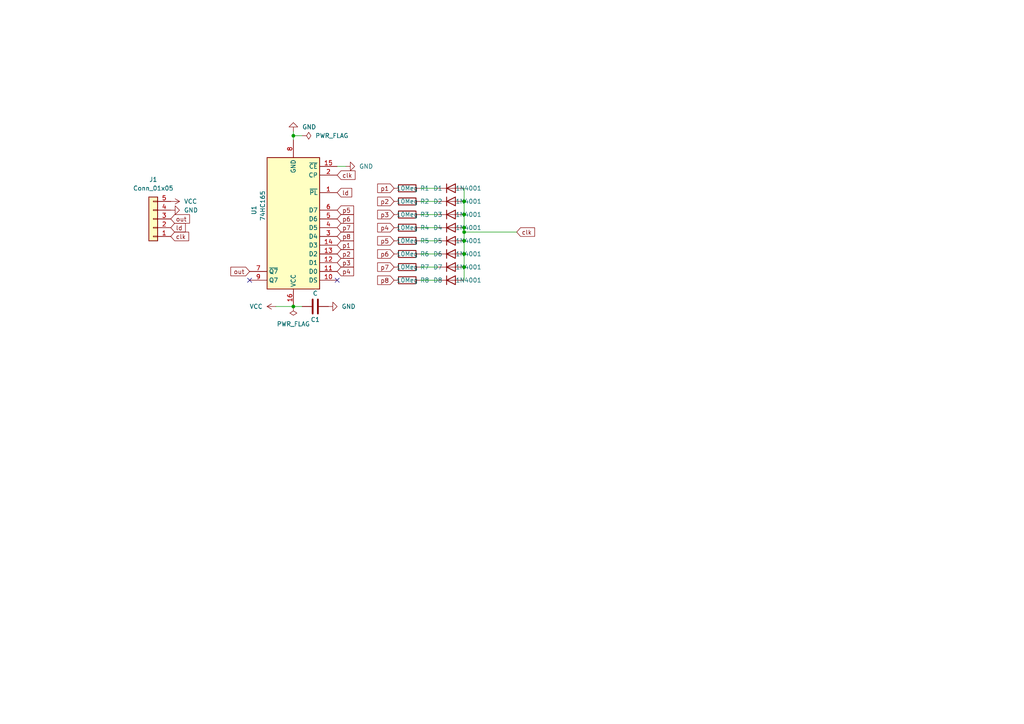
<source format=kicad_sch>
(kicad_sch (version 20211123) (generator eeschema)
  (paper "A4")
  (lib_symbols
    (symbol "74xx:74HC165"
      (property "Reference" "U" (at -7.62 19.05 0))
      (property "Value" "74HC165" (at -7.62 -21.59 0))
      (symbol "74HC165_1_0"
        (pin input line (at -12.7 -10.16 0) (length 5.08) (name "~{PL}") (number "1"))
        (pin input line (at -12.7 15.24 0) (length 5.08) (name "DS") (number "10"))
        (pin input line (at -12.7 12.7 0) (length 5.08) (name "D0") (number "11"))
        (pin input line (at -12.7 10.16 0) (length 5.08) (name "D1") (number "12"))
        (pin input line (at -12.7 7.62 0) (length 5.08) (name "D2") (number "13"))
        (pin input line (at -12.7 5.08 0) (length 5.08) (name "D3") (number "14"))
        (pin input line (at -12.7 -17.78 0) (length 5.08) (name "~{CE}") (number "15"))
        (pin power_in line (at 0 22.86 270) (length 5.08) (name "VCC") (number "16"))
        (pin input line (at -12.7 -15.24 0) (length 5.08) (name "CP") (number "2"))
        (pin input line (at -12.7 2.54 0) (length 5.08) (name "D4") (number "3"))
        (pin input line (at -12.7 0 0) (length 5.08) (name "D5") (number "4"))
        (pin input line (at -12.7 -2.54 0) (length 5.08) (name "D6") (number "5"))
        (pin input line (at -12.7 -5.08 0) (length 5.08) (name "D7") (number "6"))
        (pin output line (at 12.7 12.7 180) (length 5.08) (name "~{Q7}") (number "7"))
        (pin power_in line (at 0 -25.4 90) (length 5.08) (name "GND") (number "8"))
        (pin output line (at 12.7 15.24 180) (length 5.08) (name "Q7") (number "9"))
      )
      (symbol "74HC165_1_1"
        (rectangle (start -7.62 17.78) (end 7.62 -20.32) (stroke (width 0.254)) (fill (type background)))
      )
    )
    (symbol "Connector_Generic:Conn_01x05" (pin_names (offset 1.016) hide)
      (property "Reference" "J" (at 0 7.62 0))
      (property "Value" "Conn_01x05" (at 0 -7.62 0))
      (symbol "Conn_01x05_1_1"
        (rectangle (start -1.27 -4.953) (end 0 -5.207) (stroke (width 0.1524)))
        (rectangle (start -1.27 -2.413) (end 0 -2.667) (stroke (width 0.1524)))
        (rectangle (start -1.27 0.127) (end 0 -0.127) (stroke (width 0.1524)))
        (rectangle (start -1.27 2.667) (end 0 2.413) (stroke (width 0.1524)))
        (rectangle (start -1.27 5.207) (end 0 4.953) (stroke (width 0.1524)))
        (rectangle (start -1.27 6.35) (end 1.27 -6.35) (stroke (width 0.254)) (fill (type background)))
        (pin passive line (at -5.08 5.08 0) (length 3.81) (name "Pin_1") (number "1"))
        (pin passive line (at -5.08 2.54 0) (length 3.81) (name "Pin_2") (number "2"))
        (pin passive line (at -5.08 0 0) (length 3.81) (name "Pin_3") (number "3"))
        (pin passive line (at -5.08 -2.54 0) (length 3.81) (name "Pin_4") (number "4"))
        (pin passive line (at -5.08 -5.08 0) (length 3.81) (name "Pin_5") (number "5"))
      )
    )
    (symbol "Device:C" (pin_numbers hide) (pin_names (offset 0.254))
      (property "Reference" "C" (at 0.635 2.54 0))
      (property "Value" "C" (at 0.635 -2.54 0))
      (symbol "C_0_1"
        (polyline (pts (xy -2.032 -0.762) (xy 2.032 -0.762)) (stroke (width 0.508)))
        (polyline (pts (xy -2.032 0.762) (xy 2.032 0.762)) (stroke (width 0.508)))
      )
      (symbol "C_1_1"
        (pin passive line (at 0 3.81 270) (length 2.794) (name "~") (number "1"))
        (pin passive line (at 0 -3.81 90) (length 2.794) (name "~") (number "2"))
      )
    )
    (symbol "Device:R" (pin_numbers hide) (pin_names (offset 0))
      (property "Reference" "R" (at 2.032 0 90))
      (property "Value" "R" (at 0 0 90))
      (symbol "R_0_1"
        (rectangle (start -1.016 -2.54) (end 1.016 2.54) (stroke (width 0.254)))
      )
      (symbol "R_1_1"
        (pin passive line (at 0 3.81 270) (length 1.27) (name "~") (number "1"))
        (pin passive line (at 0 -3.81 90) (length 1.27) (name "~") (number "2"))
      )
    )
    (symbol "Diode:1N4001" (pin_numbers hide) (pin_names (offset 1.016) hide)
      (property "Reference" "D" (at 0 2.54 0))
      (property "Value" "1N4001" (at 0 -2.54 0))
      (symbol "1N4001_0_1"
        (polyline (pts (xy -1.27 1.27) (xy -1.27 -1.27)) (stroke (width 0.254)))
        (polyline (pts (xy 1.27 0) (xy -1.27 0)))
        (polyline (pts (xy 1.27 1.27) (xy 1.27 -1.27) (xy -1.27 0) (xy 1.27 1.27)) (stroke (width 0.254)))
      )
      (symbol "1N4001_1_1"
        (pin passive line (at -3.81 0 0) (length 2.54) (name "K") (number "1"))
        (pin passive line (at 3.81 0 180) (length 2.54) (name "A") (number "2"))
      )
    )
    (symbol "power:GND" (power) (pin_names (offset 0))
      (property "Value" "GND" (at 0 -3.81 0))
      (symbol "GND_0_1"
        (polyline (pts (xy 0 0) (xy 0 -1.27) (xy 1.27 -1.27) (xy 0 -2.54) (xy -1.27 -1.27) (xy 0 -1.27)))
      )
      (symbol "GND_1_1"
        (pin power_in line (at 0 0 270) (length 0) hide (name "GND") (number "1"))
      )
    )
    (symbol "power:PWR_FLAG" (power) (pin_numbers hide) (pin_names (offset 0) hide)
      (property "Value" "PWR_FLAG" (at 0 3.81 0))
      (symbol "PWR_FLAG_0_0"
        (pin power_out line (at 0 0 90) (length 0) (name "pwr") (number "1"))
      )
      (symbol "PWR_FLAG_0_1"
        (polyline (pts (xy 0 0) (xy 0 1.27) (xy -1.016 1.905) (xy 0 2.54) (xy 1.016 1.905) (xy 0 1.27)))
      )
    )
    (symbol "power:VCC" (power) (pin_names (offset 0))
      (property "Value" "VCC" (at 0 3.81 0))
      (symbol "VCC_0_1"
        (polyline (pts (xy -0.762 1.27) (xy 0 2.54)))
        (polyline (pts (xy 0 0) (xy 0 2.54)))
        (polyline (pts (xy 0 2.54) (xy 0.762 1.27)))
      )
      (symbol "VCC_1_1"
        (pin power_in line (at 0 0 90) (length 0) hide (name "VCC") (number "1"))
      )
    )
  )
  (junction (at 134.62 73.66))
  (junction (at 85.09 39.37))
  (junction (at 134.62 69.85))
  (junction (at 134.62 58.42))
  (junction (at 134.62 67.31))
  (junction (at 134.62 66.04))
  (junction (at 134.62 77.47))
  (junction (at 134.62 62.23))
  (junction (at 85.09 88.9))
  (no_connect (at 97.79 81.28))
  (no_connect (at 72.39 81.28))
  (wire (pts (xy 127 62.23) (xy 121.92 62.23)))
  (wire (pts (xy 127 73.66) (xy 121.92 73.66)))
  (wire (pts (xy 85.09 38.1) (xy 85.09 39.37)))
  (wire (pts (xy 127 58.42) (xy 121.92 58.42)))
  (wire (pts (xy 127 77.47) (xy 121.92 77.47)))
  (wire (pts (xy 134.62 54.61) (xy 134.62 58.42)))
  (wire (pts (xy 80.01 88.9) (xy 85.09 88.9)))
  (wire (pts (xy 134.62 67.31) (xy 134.62 69.85)))
  (wire (pts (xy 149.86 67.31) (xy 134.62 67.31)))
  (wire (pts (xy 127 69.85) (xy 121.92 69.85)))
  (wire (pts (xy 85.09 39.37) (xy 85.09 40.64)))
  (wire (pts (xy 134.62 73.66) (xy 134.62 77.47)))
  (wire (pts (xy 134.62 58.42) (xy 134.62 62.23)))
  (wire (pts (xy 134.62 66.04) (xy 134.62 67.31)))
  (wire (pts (xy 134.62 69.85) (xy 134.62 73.66)))
  (wire (pts (xy 134.62 77.47) (xy 134.62 81.28)))
  (wire (pts (xy 85.09 88.9) (xy 87.63 88.9)))
  (wire (pts (xy 97.79 48.26) (xy 100.33 48.26)))
  (wire (pts (xy 127 66.04) (xy 121.92 66.04)))
  (wire (pts (xy 134.62 62.23) (xy 134.62 66.04)))
  (wire (pts (xy 127 81.28) (xy 121.92 81.28)))
  (wire (pts (xy 127 54.61) (xy 121.92 54.61)))
  (wire (pts (xy 85.09 39.37) (xy 87.63 39.37)))
  (global_label "p3" (shape input) (at 114.3 62.23 180) (property "Intersheet References" "${INTERSHEET_REFS}" (effects hide)))
  (global_label "p4" (shape input) (at 97.79 78.74 0) (property "Intersheet References" "${INTERSHEET_REFS}" (effects hide)))
  (global_label "p5" (shape input) (at 97.79 60.96 0) (property "Intersheet References" "${INTERSHEET_REFS}" (effects hide)))
  (global_label "clk" (shape input) (at 49.53 68.58 0) (property "Intersheet References" "${INTERSHEET_REFS}" (effects hide)))
  (global_label "p8" (shape input) (at 97.79 68.58 0) (property "Intersheet References" "${INTERSHEET_REFS}" (effects hide)))
  (global_label "ld" (shape input) (at 97.79 55.88 0) (property "Intersheet References" "${INTERSHEET_REFS}" (effects hide)))
  (global_label "p1" (shape input) (at 97.79 71.12 0) (property "Intersheet References" "${INTERSHEET_REFS}" (effects hide)))
  (global_label "clk" (shape input) (at 97.79 50.8 0) (property "Intersheet References" "${INTERSHEET_REFS}" (effects hide)))
  (global_label "p3" (shape input) (at 97.79 76.2 0) (property "Intersheet References" "${INTERSHEET_REFS}" (effects hide)))
  (global_label "p2" (shape input) (at 97.79 73.66 0) (property "Intersheet References" "${INTERSHEET_REFS}" (effects hide)))
  (global_label "p7" (shape input) (at 97.79 66.04 0) (property "Intersheet References" "${INTERSHEET_REFS}" (effects hide)))
  (global_label "p5" (shape input) (at 114.3 69.85 180) (property "Intersheet References" "${INTERSHEET_REFS}" (effects hide)))
  (global_label "p8" (shape input) (at 114.3 81.28 180) (property "Intersheet References" "${INTERSHEET_REFS}" (effects hide)))
  (global_label "out" (shape input) (at 72.39 78.74 180) (property "Intersheet References" "${INTERSHEET_REFS}" (effects hide)))
  (global_label "clk" (shape input) (at 149.86 67.31 0) (property "Intersheet References" "${INTERSHEET_REFS}" (effects hide)))
  (global_label "p1" (shape input) (at 114.3 54.61 180) (property "Intersheet References" "${INTERSHEET_REFS}" (effects hide)))
  (global_label "p4" (shape input) (at 114.3 66.04 180) (property "Intersheet References" "${INTERSHEET_REFS}" (effects hide)))
  (global_label "out" (shape input) (at 49.53 63.5 0) (property "Intersheet References" "${INTERSHEET_REFS}" (effects hide)))
  (global_label "p6" (shape input) (at 97.79 63.5 0) (property "Intersheet References" "${INTERSHEET_REFS}" (effects hide)))
  (global_label "ld" (shape input) (at 49.53 66.04 0) (property "Intersheet References" "${INTERSHEET_REFS}" (effects hide)))
  (global_label "p2" (shape input) (at 114.3 58.42 180) (property "Intersheet References" "${INTERSHEET_REFS}" (effects hide)))
  (global_label "p6" (shape input) (at 114.3 73.66 180) (property "Intersheet References" "${INTERSHEET_REFS}" (effects hide)))
  (global_label "p7" (shape input) (at 114.3 77.47 180) (property "Intersheet References" "${INTERSHEET_REFS}" (effects hide)))
  (symbol (lib_id "Device:R") (at 118.11 69.85 90) (unit 1)
    (property "Reference" "R5" (at 123.19 69.85 90))
    (property "Value" "10Meg" (at 118.11 69.85 90))
    (property "Footprint" "Resistor_THT:R_Axial_DIN0204_L3.6mm_D1.6mm_P5.08mm_Horizontal" (effects hide))
  )
  (symbol (lib_id "power:PWR_FLAG") (at 85.09 88.9 180) (unit 1)
    (property "Reference" "#FLG0102" (effects hide))
    (property "Value" "PWR_FLAG" (at 85.09 93.98 0))
  )
  (symbol (lib_id "Device:R") (at 118.11 54.61 90) (unit 1)
    (property "Reference" "R1" (at 123.19 54.61 90))
    (property "Value" "10Meg" (at 118.11 54.61 90))
    (property "Footprint" "Resistor_THT:R_Axial_DIN0204_L3.6mm_D1.6mm_P5.08mm_Horizontal" (effects hide))
  )
  (symbol (lib_id "Device:R") (at 118.11 77.47 90) (unit 1)
    (property "Reference" "R7" (at 123.19 77.47 90))
    (property "Value" "10Meg" (at 118.11 77.47 90))
    (property "Footprint" "Resistor_THT:R_Axial_DIN0204_L3.6mm_D1.6mm_P5.08mm_Horizontal" (effects hide))
  )
  (symbol (lib_id "Diode:1N4001") (at 130.81 58.42 0) (unit 1)
    (property "Reference" "D2" (at 127 58.42 0))
    (property "Value" "1N4001" (at 135.89 58.42 0))
    (property "Footprint" "Diode_THT:D_DO-41_SOD81_P10.16mm_Horizontal" (effects hide))
    (property "Datasheet" "http://www.vishay.com/docs/88503/1n4001.pdf" (effects hide))
  )
  (symbol (lib_id "Device:R") (at 118.11 58.42 90) (unit 1)
    (property "Reference" "R2" (at 123.19 58.42 90))
    (property "Value" "10Meg" (at 118.11 58.42 90))
    (property "Footprint" "Resistor_THT:R_Axial_DIN0204_L3.6mm_D1.6mm_P5.08mm_Horizontal" (effects hide))
  )
  (symbol (lib_id "Device:C") (at 91.44 88.9 90) (unit 1)
    (property "Reference" "C1" (at 91.44 92.71 90))
    (property "Value" "C" (at 91.44 85.09 90))
    (property "Footprint" "Capacitor_THT:CP_Radial_D5.0mm_P2.50mm" (effects hide))
  )
  (symbol (lib_id "power:PWR_FLAG") (at 87.63 39.37 270) (unit 1)
    (property "Reference" "#FLG0101" (effects hide))
    (property "Value" "PWR_FLAG" (at 91.44 39.3699 90) (effects (justify left)))
  )
  (symbol (lib_id "Device:R") (at 118.11 81.28 90) (unit 1)
    (property "Reference" "R8" (at 123.19 81.28 90))
    (property "Value" "10Meg" (at 118.11 81.28 90))
    (property "Footprint" "Resistor_THT:R_Axial_DIN0204_L3.6mm_D1.6mm_P5.08mm_Horizontal" (effects hide))
  )
  (symbol (lib_id "power:VCC") (at 80.01 88.9 90) (unit 1)
    (property "Reference" "#PWR03" (effects hide))
    (property "Value" "VCC" (at 76.2 88.8999 90) (effects (justify left)))
  )
  (symbol (lib_id "power:GND") (at 49.53 60.96 90) (unit 1)
    (property "Reference" "#PWR02" (effects hide))
    (property "Value" "GND" (at 53.34 60.9599 90) (effects (justify right)))
  )
  (symbol (lib_id "Diode:1N4001") (at 130.81 73.66 0) (unit 1)
    (property "Reference" "D6" (at 127 73.66 0))
    (property "Value" "1N4001" (at 135.89 73.66 0))
    (property "Footprint" "Diode_THT:D_DO-41_SOD81_P10.16mm_Horizontal" (effects hide))
    (property "Datasheet" "http://www.vishay.com/docs/88503/1n4001.pdf" (effects hide))
  )
  (symbol (lib_id "Connector_Generic:Conn_01x05") (at 44.45 63.5 180) (unit 1)
    (property "Reference" "J1" (at 44.45 52.07 0))
    (property "Value" "Conn_01x05" (at 44.45 54.61 0))
    (property "Footprint" "Connector_PinSocket_2.54mm:PinSocket_1x05_P2.54mm_Vertical" (effects hide))
  )
  (symbol (lib_id "Diode:1N4001") (at 130.81 81.28 0) (unit 1)
    (property "Reference" "D8" (at 127 81.28 0))
    (property "Value" "1N4001" (at 135.89 81.28 0))
    (property "Footprint" "Diode_THT:D_DO-41_SOD81_P10.16mm_Horizontal" (effects hide))
    (property "Datasheet" "http://www.vishay.com/docs/88503/1n4001.pdf" (effects hide))
  )
  (symbol (lib_id "power:VCC") (at 49.53 58.42 270) (unit 1)
    (property "Reference" "#PWR01" (effects hide))
    (property "Value" "VCC" (at 53.34 58.4199 90) (effects (justify left)))
  )
  (symbol (lib_id "Diode:1N4001") (at 130.81 54.61 0) (unit 1)
    (property "Reference" "D1" (at 127 54.61 0))
    (property "Value" "1N4001" (at 135.89 54.61 0))
    (property "Footprint" "Diode_THT:D_DO-41_SOD81_P10.16mm_Horizontal" (effects hide))
    (property "Datasheet" "http://www.vishay.com/docs/88503/1n4001.pdf" (effects hide))
  )
  (symbol (lib_id "74xx:74HC165") (at 85.09 66.04 180) (unit 1)
    (property "Reference" "U1" (at 73.66 60.96 90))
    (property "Value" "74HC165" (at 76.2 59.69 90))
    (property "Footprint" "Package_DIP:DIP-16_W7.62mm_Socket" (effects hide))
    (property "Datasheet" "https://assets.nexperia.com/documents/data-sheet/74HC_HCT165.pdf" (effects hide))
  )
  (symbol (lib_id "power:GND") (at 95.25 88.9 90) (unit 1)
    (property "Reference" "#PWR05" (effects hide))
    (property "Value" "GND" (at 99.06 88.8999 90) (effects (justify right)))
  )
  (symbol (lib_id "Diode:1N4001") (at 130.81 66.04 0) (unit 1)
    (property "Reference" "D4" (at 127 66.04 0))
    (property "Value" "1N4001" (at 135.89 66.04 0))
    (property "Footprint" "Diode_THT:D_DO-41_SOD81_P10.16mm_Horizontal" (effects hide))
    (property "Datasheet" "http://www.vishay.com/docs/88503/1n4001.pdf" (effects hide))
  )
  (symbol (lib_id "Device:R") (at 118.11 73.66 90) (unit 1)
    (property "Reference" "R6" (at 123.19 73.66 90))
    (property "Value" "10Meg" (at 118.11 73.66 90))
    (property "Footprint" "Resistor_THT:R_Axial_DIN0204_L3.6mm_D1.6mm_P5.08mm_Horizontal" (effects hide))
  )
  (symbol (lib_id "power:GND") (at 100.33 48.26 90) (unit 1)
    (property "Reference" "#PWR06" (effects hide))
    (property "Value" "GND" (at 104.14 48.2599 90) (effects (justify right)))
  )
  (symbol (lib_id "Diode:1N4001") (at 130.81 77.47 0) (unit 1)
    (property "Reference" "D7" (at 127 77.47 0))
    (property "Value" "1N4001" (at 135.89 77.47 0))
    (property "Footprint" "Diode_THT:D_DO-41_SOD81_P10.16mm_Horizontal" (effects hide))
    (property "Datasheet" "http://www.vishay.com/docs/88503/1n4001.pdf" (effects hide))
  )
  (symbol (lib_id "Diode:1N4001") (at 130.81 62.23 0) (unit 1)
    (property "Reference" "D3" (at 127 62.23 0))
    (property "Value" "1N4001" (at 135.89 62.23 0))
    (property "Footprint" "Diode_THT:D_DO-41_SOD81_P10.16mm_Horizontal" (effects hide))
    (property "Datasheet" "http://www.vishay.com/docs/88503/1n4001.pdf" (effects hide))
  )
  (symbol (lib_id "Device:R") (at 118.11 66.04 90) (unit 1)
    (property "Reference" "R4" (at 123.19 66.04 90))
    (property "Value" "10Meg" (at 118.11 66.04 90))
    (property "Footprint" "Resistor_THT:R_Axial_DIN0204_L3.6mm_D1.6mm_P5.08mm_Horizontal" (effects hide))
  )
  (symbol (lib_id "power:GND") (at 85.09 38.1 180) (unit 1)
    (property "Reference" "#PWR04" (effects hide))
    (property "Value" "GND" (at 87.63 36.8299 0) (effects (justify right)))
  )
  (symbol (lib_id "Device:R") (at 118.11 62.23 90) (unit 1)
    (property "Reference" "R3" (at 123.19 62.23 90))
    (property "Value" "10Meg" (at 118.11 62.23 90))
    (property "Footprint" "Resistor_THT:R_Axial_DIN0204_L3.6mm_D1.6mm_P5.08mm_Horizontal" (effects hide))
  )
  (symbol (lib_id "Diode:1N4001") (at 130.81 69.85 0) (unit 1)
    (property "Reference" "D5" (at 127 69.85 0))
    (property "Value" "1N4001" (at 135.89 69.85 0))
    (property "Footprint" "Diode_THT:D_DO-41_SOD81_P10.16mm_Horizontal" (effects hide))
    (property "Datasheet" "http://www.vishay.com/docs/88503/1n4001.pdf" (effects hide))
  )
)
</source>
